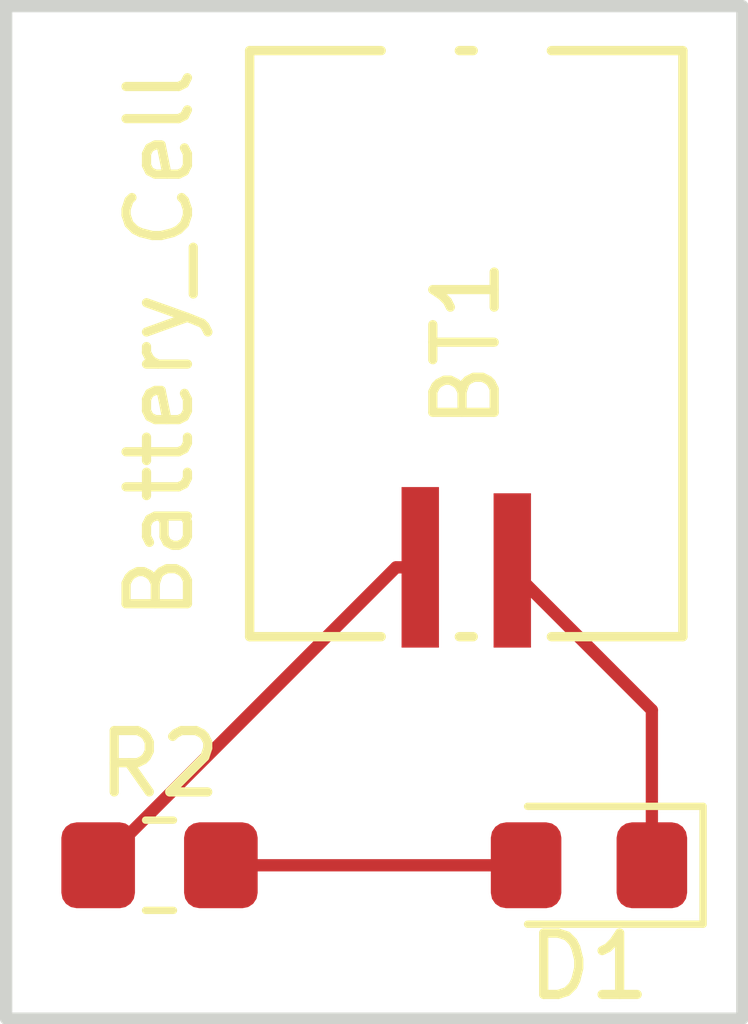
<source format=kicad_pcb>
(kicad_pcb (version 20240108) (generator "pcbnew") (generator_version "8.0")
  (layers (0 "F.Cu" signal) (31 "B.Cu" signal) (34 "B.Paste" user) (35 "F.Paste" user) (36 "B.SilkS" user "B.Silkscreen") (37 "F.SilkS" user "F.Silkscreen") (38 "B.Mask" user) (39 "F.Mask" user) (44 "Edge.Cuts" user))
  (net 0 "")
  (net 1 "Net-(BT1-+)")
  (net 2 "Net-(BT1--)")
  (net 3 "Net-(D1-A)")
  (footprint "Diode_SMD:D_0805_2012Metric_Pad1.15x1.40mm_HandSolder" (layer "F.Cu") (at 152 89.5 180)
    (property "Reference" "D1" (at 0 -1.65 360) (layer "F.SilkS"))
    (property "Value" "D")
    (fp_line (start 1 -0.96) (end -1.86 -0.96) (stroke (width 0.12)) (layer "F.SilkS"))
    (fp_line (start -1.86 0.96) (end 1 0.96) (stroke (width 0.12)) (layer "F.SilkS"))
    (fp_line (start -1.86 -0.96) (end -1.86 0.96) (stroke (width 0.12)) (layer "F.SilkS"))
    (pad "1" smd roundrect (at -1.025 0 180) (size 1.15 1.4) (layers "F.Cu" "F.Paste" "F.Mask") (roundrect_rratio 0.217391) (net 2 "Net-(BT1--)"))
    (pad "2" smd roundrect (at 1.025 0 180) (size 1.15 1.4) (layers "F.Cu" "F.Paste" "F.Mask") (roundrect_rratio 0.217391) (net 3 "Net-(D1-A)"))
  )
  (footprint "Resistor_SMD:R_0805_2012Metric_Pad1.20x1.40mm_HandSolder" (layer "F.Cu") (at 145 89.5)
    (property "Reference" "R2" (at 0 -1.65 0) (layer "F.SilkS"))
    (property "Value" "R")
    (fp_line (start -0.227064 -0.735) (end 0.227064 -0.735) (stroke (width 0.12)) (layer "F.SilkS"))
    (fp_line (start -0.227064 0.735) (end 0.227064 0.735) (stroke (width 0.12)) (layer "F.SilkS"))
    (pad "1" smd roundrect (at -1 0) (size 1.2 1.4) (layers "F.Cu" "F.Paste" "F.Mask") (roundrect_rratio 0.208333) (net 1 "Net-(BT1-+)"))
    (pad "2" smd roundrect (at 1 0) (size 1.2 1.4) (layers "F.Cu" "F.Paste" "F.Mask") (roundrect_rratio 0.208333) (net 3 "Net-(D1-A)"))
  )
  (footprint "FS_3_Global_Footprint_Library:MS621FE-FL11E_SEC" (layer "F.Cu") (at 150 81 90)
    (property "Reference" "BT1" (at 0 0 90) (layer "F.SilkS"))
    (property "Value" "Battery_Cell" (at 0 -5 90) (layer "F.SilkS"))
    (fp_line (start 4.7752 -3.5306) (end -4.7752 -3.5306) (stroke (width 0.1524)) (layer "F.SilkS"))
    (fp_line (start -4.7752 -3.5306) (end -4.7752 -1.387541) (stroke (width 0.1524)) (layer "F.SilkS"))
    (fp_line (start 4.7752 -1.387541) (end 4.7752 -3.5306) (stroke (width 0.1524)) (layer "F.SilkS"))
    (fp_line (start -4.7752 -0.112461) (end -4.7752 0.112461) (stroke (width 0.1524)) (layer "F.SilkS"))
    (fp_line (start 4.7752 0.112461) (end 4.7752 -0.112461) (stroke (width 0.1524)) (layer "F.SilkS"))
    (fp_line (start -4.7752 1.387541) (end -4.7752 3.5306) (stroke (width 0.1524)) (layer "F.SilkS"))
    (fp_line (start 4.7752 3.5306) (end 4.7752 1.387541) (stroke (width 0.1524)) (layer "F.SilkS"))
    (fp_line (start -4.7752 3.5306) (end 4.7752 3.5306) (stroke (width 0.1524)) (layer "F.SilkS"))
    (pad "1" smd rect (at -3.6449 -0.750001 90) (size 2.6162 0.6096) (layers "F.Cu" "F.Paste" "F.Mask") (net 1 "Net-(BT1-+)"))
    (pad "2" smd rect (at -3.6957 0.750001 90) (size 2.5146 0.6096) (layers "F.Cu" "F.Paste" "F.Mask") (net 2 "Net-(BT1--)"))
  )
  (gr_rect (start 142.5 75.5) (end 154.5 92) (stroke (width 0.2)) (fill none) (layer "Edge.Cuts"))
  (segment (start 149.249999 84.6449) (end 148.8551 84.6449) (width 0.2) (layer "F.Cu") (net 1))
  (segment (start 148.8551 84.6449) (end 144 89.5) (width 0.2) (layer "F.Cu") (net 1))
  (segment (start 153.025 86.970699) (end 150.750001 84.6957) (width 0.2) (layer "F.Cu") (net 2))
  (segment (start 153.025 89.5) (end 153.025 86.970699) (width 0.2) (layer "F.Cu") (net 2))
  (segment (start 146 89.5) (end 150.975 89.5) (width 0.2) (layer "F.Cu") (net 3))
)
</source>
